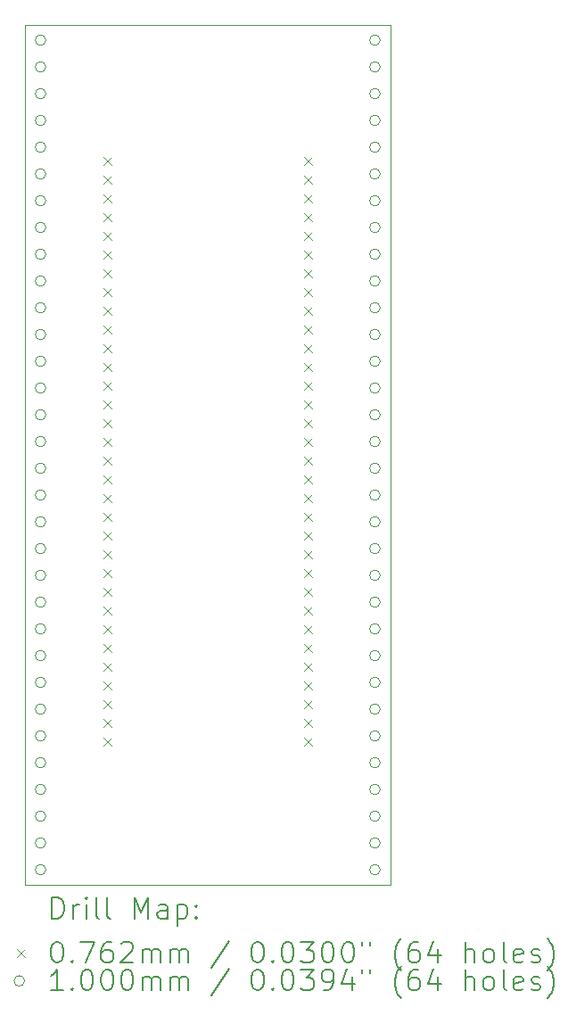
<source format=gbr>
%TF.GenerationSoftware,KiCad,Pcbnew,7.0.7*%
%TF.CreationDate,2023-08-26T15:25:13-04:00*%
%TF.ProjectId,68-pin 1.778mm to 2.54mm adaptor,36382d70-696e-4203-912e-3737386d6d20,1*%
%TF.SameCoordinates,Original*%
%TF.FileFunction,Drillmap*%
%TF.FilePolarity,Positive*%
%FSLAX45Y45*%
G04 Gerber Fmt 4.5, Leading zero omitted, Abs format (unit mm)*
G04 Created by KiCad (PCBNEW 7.0.7) date 2023-08-26 15:25:13*
%MOMM*%
%LPD*%
G01*
G04 APERTURE LIST*
%ADD10C,0.100000*%
%ADD11C,0.200000*%
%ADD12C,0.076200*%
G04 APERTURE END LIST*
D10*
X11029950Y-4425950D02*
X14497050Y-4425950D01*
X11029950Y-12592050D02*
X11029950Y-4425950D01*
X14497050Y-4425950D02*
X14497050Y-12592050D01*
X14497050Y-12592050D02*
X11029950Y-12592050D01*
D11*
D12*
X11772900Y-5676900D02*
X11849100Y-5753100D01*
X11849100Y-5676900D02*
X11772900Y-5753100D01*
X11772900Y-5854700D02*
X11849100Y-5930900D01*
X11849100Y-5854700D02*
X11772900Y-5930900D01*
X11772900Y-6032500D02*
X11849100Y-6108700D01*
X11849100Y-6032500D02*
X11772900Y-6108700D01*
X11772900Y-6210300D02*
X11849100Y-6286500D01*
X11849100Y-6210300D02*
X11772900Y-6286500D01*
X11772900Y-6388100D02*
X11849100Y-6464300D01*
X11849100Y-6388100D02*
X11772900Y-6464300D01*
X11772900Y-6565900D02*
X11849100Y-6642100D01*
X11849100Y-6565900D02*
X11772900Y-6642100D01*
X11772900Y-6743700D02*
X11849100Y-6819900D01*
X11849100Y-6743700D02*
X11772900Y-6819900D01*
X11772900Y-6921500D02*
X11849100Y-6997700D01*
X11849100Y-6921500D02*
X11772900Y-6997700D01*
X11772900Y-7099300D02*
X11849100Y-7175500D01*
X11849100Y-7099300D02*
X11772900Y-7175500D01*
X11772900Y-7277100D02*
X11849100Y-7353300D01*
X11849100Y-7277100D02*
X11772900Y-7353300D01*
X11772900Y-7454900D02*
X11849100Y-7531100D01*
X11849100Y-7454900D02*
X11772900Y-7531100D01*
X11772900Y-7632700D02*
X11849100Y-7708900D01*
X11849100Y-7632700D02*
X11772900Y-7708900D01*
X11772900Y-7810500D02*
X11849100Y-7886700D01*
X11849100Y-7810500D02*
X11772900Y-7886700D01*
X11772900Y-7988300D02*
X11849100Y-8064500D01*
X11849100Y-7988300D02*
X11772900Y-8064500D01*
X11772900Y-8166100D02*
X11849100Y-8242300D01*
X11849100Y-8166100D02*
X11772900Y-8242300D01*
X11772900Y-8343900D02*
X11849100Y-8420100D01*
X11849100Y-8343900D02*
X11772900Y-8420100D01*
X11772900Y-8521700D02*
X11849100Y-8597900D01*
X11849100Y-8521700D02*
X11772900Y-8597900D01*
X11772900Y-8699500D02*
X11849100Y-8775700D01*
X11849100Y-8699500D02*
X11772900Y-8775700D01*
X11772900Y-8877300D02*
X11849100Y-8953500D01*
X11849100Y-8877300D02*
X11772900Y-8953500D01*
X11772900Y-9055100D02*
X11849100Y-9131300D01*
X11849100Y-9055100D02*
X11772900Y-9131300D01*
X11772900Y-9232900D02*
X11849100Y-9309100D01*
X11849100Y-9232900D02*
X11772900Y-9309100D01*
X11772900Y-9410700D02*
X11849100Y-9486900D01*
X11849100Y-9410700D02*
X11772900Y-9486900D01*
X11772900Y-9588500D02*
X11849100Y-9664700D01*
X11849100Y-9588500D02*
X11772900Y-9664700D01*
X11772900Y-9766300D02*
X11849100Y-9842500D01*
X11849100Y-9766300D02*
X11772900Y-9842500D01*
X11772900Y-9944100D02*
X11849100Y-10020300D01*
X11849100Y-9944100D02*
X11772900Y-10020300D01*
X11772900Y-10121900D02*
X11849100Y-10198100D01*
X11849100Y-10121900D02*
X11772900Y-10198100D01*
X11772900Y-10299700D02*
X11849100Y-10375900D01*
X11849100Y-10299700D02*
X11772900Y-10375900D01*
X11772900Y-10477500D02*
X11849100Y-10553700D01*
X11849100Y-10477500D02*
X11772900Y-10553700D01*
X11772900Y-10655300D02*
X11849100Y-10731500D01*
X11849100Y-10655300D02*
X11772900Y-10731500D01*
X11772900Y-10833100D02*
X11849100Y-10909300D01*
X11849100Y-10833100D02*
X11772900Y-10909300D01*
X11772900Y-11010900D02*
X11849100Y-11087100D01*
X11849100Y-11010900D02*
X11772900Y-11087100D01*
X11772900Y-11188700D02*
X11849100Y-11264900D01*
X11849100Y-11188700D02*
X11772900Y-11264900D01*
X13677900Y-5676900D02*
X13754100Y-5753100D01*
X13754100Y-5676900D02*
X13677900Y-5753100D01*
X13677900Y-5854700D02*
X13754100Y-5930900D01*
X13754100Y-5854700D02*
X13677900Y-5930900D01*
X13677900Y-6032500D02*
X13754100Y-6108700D01*
X13754100Y-6032500D02*
X13677900Y-6108700D01*
X13677900Y-6210300D02*
X13754100Y-6286500D01*
X13754100Y-6210300D02*
X13677900Y-6286500D01*
X13677900Y-6388100D02*
X13754100Y-6464300D01*
X13754100Y-6388100D02*
X13677900Y-6464300D01*
X13677900Y-6565900D02*
X13754100Y-6642100D01*
X13754100Y-6565900D02*
X13677900Y-6642100D01*
X13677900Y-6743700D02*
X13754100Y-6819900D01*
X13754100Y-6743700D02*
X13677900Y-6819900D01*
X13677900Y-6921500D02*
X13754100Y-6997700D01*
X13754100Y-6921500D02*
X13677900Y-6997700D01*
X13677900Y-7099300D02*
X13754100Y-7175500D01*
X13754100Y-7099300D02*
X13677900Y-7175500D01*
X13677900Y-7277100D02*
X13754100Y-7353300D01*
X13754100Y-7277100D02*
X13677900Y-7353300D01*
X13677900Y-7454900D02*
X13754100Y-7531100D01*
X13754100Y-7454900D02*
X13677900Y-7531100D01*
X13677900Y-7632700D02*
X13754100Y-7708900D01*
X13754100Y-7632700D02*
X13677900Y-7708900D01*
X13677900Y-7810500D02*
X13754100Y-7886700D01*
X13754100Y-7810500D02*
X13677900Y-7886700D01*
X13677900Y-7988300D02*
X13754100Y-8064500D01*
X13754100Y-7988300D02*
X13677900Y-8064500D01*
X13677900Y-8166100D02*
X13754100Y-8242300D01*
X13754100Y-8166100D02*
X13677900Y-8242300D01*
X13677900Y-8343900D02*
X13754100Y-8420100D01*
X13754100Y-8343900D02*
X13677900Y-8420100D01*
X13677900Y-8521700D02*
X13754100Y-8597900D01*
X13754100Y-8521700D02*
X13677900Y-8597900D01*
X13677900Y-8699500D02*
X13754100Y-8775700D01*
X13754100Y-8699500D02*
X13677900Y-8775700D01*
X13677900Y-8877300D02*
X13754100Y-8953500D01*
X13754100Y-8877300D02*
X13677900Y-8953500D01*
X13677900Y-9055100D02*
X13754100Y-9131300D01*
X13754100Y-9055100D02*
X13677900Y-9131300D01*
X13677900Y-9232900D02*
X13754100Y-9309100D01*
X13754100Y-9232900D02*
X13677900Y-9309100D01*
X13677900Y-9410700D02*
X13754100Y-9486900D01*
X13754100Y-9410700D02*
X13677900Y-9486900D01*
X13677900Y-9588500D02*
X13754100Y-9664700D01*
X13754100Y-9588500D02*
X13677900Y-9664700D01*
X13677900Y-9766300D02*
X13754100Y-9842500D01*
X13754100Y-9766300D02*
X13677900Y-9842500D01*
X13677900Y-9944100D02*
X13754100Y-10020300D01*
X13754100Y-9944100D02*
X13677900Y-10020300D01*
X13677900Y-10121900D02*
X13754100Y-10198100D01*
X13754100Y-10121900D02*
X13677900Y-10198100D01*
X13677900Y-10299700D02*
X13754100Y-10375900D01*
X13754100Y-10299700D02*
X13677900Y-10375900D01*
X13677900Y-10477500D02*
X13754100Y-10553700D01*
X13754100Y-10477500D02*
X13677900Y-10553700D01*
X13677900Y-10655300D02*
X13754100Y-10731500D01*
X13754100Y-10655300D02*
X13677900Y-10731500D01*
X13677900Y-10833100D02*
X13754100Y-10909300D01*
X13754100Y-10833100D02*
X13677900Y-10909300D01*
X13677900Y-11010900D02*
X13754100Y-11087100D01*
X13754100Y-11010900D02*
X13677900Y-11087100D01*
X13677900Y-11188700D02*
X13754100Y-11264900D01*
X13754100Y-11188700D02*
X13677900Y-11264900D01*
D10*
X11226000Y-4572000D02*
G75*
G03*
X11226000Y-4572000I-50000J0D01*
G01*
X11226000Y-4826000D02*
G75*
G03*
X11226000Y-4826000I-50000J0D01*
G01*
X11226000Y-5080000D02*
G75*
G03*
X11226000Y-5080000I-50000J0D01*
G01*
X11226000Y-5334000D02*
G75*
G03*
X11226000Y-5334000I-50000J0D01*
G01*
X11226000Y-5588000D02*
G75*
G03*
X11226000Y-5588000I-50000J0D01*
G01*
X11226000Y-5842000D02*
G75*
G03*
X11226000Y-5842000I-50000J0D01*
G01*
X11226000Y-6096000D02*
G75*
G03*
X11226000Y-6096000I-50000J0D01*
G01*
X11226000Y-6350000D02*
G75*
G03*
X11226000Y-6350000I-50000J0D01*
G01*
X11226000Y-6604000D02*
G75*
G03*
X11226000Y-6604000I-50000J0D01*
G01*
X11226000Y-6858000D02*
G75*
G03*
X11226000Y-6858000I-50000J0D01*
G01*
X11226000Y-7112000D02*
G75*
G03*
X11226000Y-7112000I-50000J0D01*
G01*
X11226000Y-7366000D02*
G75*
G03*
X11226000Y-7366000I-50000J0D01*
G01*
X11226000Y-7620000D02*
G75*
G03*
X11226000Y-7620000I-50000J0D01*
G01*
X11226000Y-7874000D02*
G75*
G03*
X11226000Y-7874000I-50000J0D01*
G01*
X11226000Y-8128000D02*
G75*
G03*
X11226000Y-8128000I-50000J0D01*
G01*
X11226000Y-8382000D02*
G75*
G03*
X11226000Y-8382000I-50000J0D01*
G01*
X11226000Y-8636000D02*
G75*
G03*
X11226000Y-8636000I-50000J0D01*
G01*
X11226000Y-8890000D02*
G75*
G03*
X11226000Y-8890000I-50000J0D01*
G01*
X11226000Y-9144000D02*
G75*
G03*
X11226000Y-9144000I-50000J0D01*
G01*
X11226000Y-9398000D02*
G75*
G03*
X11226000Y-9398000I-50000J0D01*
G01*
X11226000Y-9652000D02*
G75*
G03*
X11226000Y-9652000I-50000J0D01*
G01*
X11226000Y-9906000D02*
G75*
G03*
X11226000Y-9906000I-50000J0D01*
G01*
X11226000Y-10160000D02*
G75*
G03*
X11226000Y-10160000I-50000J0D01*
G01*
X11226000Y-10414000D02*
G75*
G03*
X11226000Y-10414000I-50000J0D01*
G01*
X11226000Y-10668000D02*
G75*
G03*
X11226000Y-10668000I-50000J0D01*
G01*
X11226000Y-10922000D02*
G75*
G03*
X11226000Y-10922000I-50000J0D01*
G01*
X11226000Y-11176000D02*
G75*
G03*
X11226000Y-11176000I-50000J0D01*
G01*
X11226000Y-11430000D02*
G75*
G03*
X11226000Y-11430000I-50000J0D01*
G01*
X11226000Y-11684000D02*
G75*
G03*
X11226000Y-11684000I-50000J0D01*
G01*
X11226000Y-11938000D02*
G75*
G03*
X11226000Y-11938000I-50000J0D01*
G01*
X11226000Y-12192000D02*
G75*
G03*
X11226000Y-12192000I-50000J0D01*
G01*
X11226000Y-12446000D02*
G75*
G03*
X11226000Y-12446000I-50000J0D01*
G01*
X14401000Y-4572000D02*
G75*
G03*
X14401000Y-4572000I-50000J0D01*
G01*
X14401000Y-4826000D02*
G75*
G03*
X14401000Y-4826000I-50000J0D01*
G01*
X14401000Y-5080000D02*
G75*
G03*
X14401000Y-5080000I-50000J0D01*
G01*
X14401000Y-5334000D02*
G75*
G03*
X14401000Y-5334000I-50000J0D01*
G01*
X14401000Y-5588000D02*
G75*
G03*
X14401000Y-5588000I-50000J0D01*
G01*
X14401000Y-5842000D02*
G75*
G03*
X14401000Y-5842000I-50000J0D01*
G01*
X14401000Y-6096000D02*
G75*
G03*
X14401000Y-6096000I-50000J0D01*
G01*
X14401000Y-6350000D02*
G75*
G03*
X14401000Y-6350000I-50000J0D01*
G01*
X14401000Y-6604000D02*
G75*
G03*
X14401000Y-6604000I-50000J0D01*
G01*
X14401000Y-6858000D02*
G75*
G03*
X14401000Y-6858000I-50000J0D01*
G01*
X14401000Y-7112000D02*
G75*
G03*
X14401000Y-7112000I-50000J0D01*
G01*
X14401000Y-7366000D02*
G75*
G03*
X14401000Y-7366000I-50000J0D01*
G01*
X14401000Y-7620000D02*
G75*
G03*
X14401000Y-7620000I-50000J0D01*
G01*
X14401000Y-7874000D02*
G75*
G03*
X14401000Y-7874000I-50000J0D01*
G01*
X14401000Y-8128000D02*
G75*
G03*
X14401000Y-8128000I-50000J0D01*
G01*
X14401000Y-8382000D02*
G75*
G03*
X14401000Y-8382000I-50000J0D01*
G01*
X14401000Y-8636000D02*
G75*
G03*
X14401000Y-8636000I-50000J0D01*
G01*
X14401000Y-8890000D02*
G75*
G03*
X14401000Y-8890000I-50000J0D01*
G01*
X14401000Y-9144000D02*
G75*
G03*
X14401000Y-9144000I-50000J0D01*
G01*
X14401000Y-9398000D02*
G75*
G03*
X14401000Y-9398000I-50000J0D01*
G01*
X14401000Y-9652000D02*
G75*
G03*
X14401000Y-9652000I-50000J0D01*
G01*
X14401000Y-9906000D02*
G75*
G03*
X14401000Y-9906000I-50000J0D01*
G01*
X14401000Y-10160000D02*
G75*
G03*
X14401000Y-10160000I-50000J0D01*
G01*
X14401000Y-10414000D02*
G75*
G03*
X14401000Y-10414000I-50000J0D01*
G01*
X14401000Y-10668000D02*
G75*
G03*
X14401000Y-10668000I-50000J0D01*
G01*
X14401000Y-10922000D02*
G75*
G03*
X14401000Y-10922000I-50000J0D01*
G01*
X14401000Y-11176000D02*
G75*
G03*
X14401000Y-11176000I-50000J0D01*
G01*
X14401000Y-11430000D02*
G75*
G03*
X14401000Y-11430000I-50000J0D01*
G01*
X14401000Y-11684000D02*
G75*
G03*
X14401000Y-11684000I-50000J0D01*
G01*
X14401000Y-11938000D02*
G75*
G03*
X14401000Y-11938000I-50000J0D01*
G01*
X14401000Y-12192000D02*
G75*
G03*
X14401000Y-12192000I-50000J0D01*
G01*
X14401000Y-12446000D02*
G75*
G03*
X14401000Y-12446000I-50000J0D01*
G01*
D11*
X11285727Y-12908534D02*
X11285727Y-12708534D01*
X11285727Y-12708534D02*
X11333346Y-12708534D01*
X11333346Y-12708534D02*
X11361917Y-12718058D01*
X11361917Y-12718058D02*
X11380965Y-12737105D01*
X11380965Y-12737105D02*
X11390489Y-12756153D01*
X11390489Y-12756153D02*
X11400012Y-12794248D01*
X11400012Y-12794248D02*
X11400012Y-12822819D01*
X11400012Y-12822819D02*
X11390489Y-12860915D01*
X11390489Y-12860915D02*
X11380965Y-12879962D01*
X11380965Y-12879962D02*
X11361917Y-12899010D01*
X11361917Y-12899010D02*
X11333346Y-12908534D01*
X11333346Y-12908534D02*
X11285727Y-12908534D01*
X11485727Y-12908534D02*
X11485727Y-12775200D01*
X11485727Y-12813296D02*
X11495251Y-12794248D01*
X11495251Y-12794248D02*
X11504774Y-12784724D01*
X11504774Y-12784724D02*
X11523822Y-12775200D01*
X11523822Y-12775200D02*
X11542870Y-12775200D01*
X11609536Y-12908534D02*
X11609536Y-12775200D01*
X11609536Y-12708534D02*
X11600012Y-12718058D01*
X11600012Y-12718058D02*
X11609536Y-12727581D01*
X11609536Y-12727581D02*
X11619060Y-12718058D01*
X11619060Y-12718058D02*
X11609536Y-12708534D01*
X11609536Y-12708534D02*
X11609536Y-12727581D01*
X11733346Y-12908534D02*
X11714298Y-12899010D01*
X11714298Y-12899010D02*
X11704774Y-12879962D01*
X11704774Y-12879962D02*
X11704774Y-12708534D01*
X11838108Y-12908534D02*
X11819060Y-12899010D01*
X11819060Y-12899010D02*
X11809536Y-12879962D01*
X11809536Y-12879962D02*
X11809536Y-12708534D01*
X12066679Y-12908534D02*
X12066679Y-12708534D01*
X12066679Y-12708534D02*
X12133346Y-12851391D01*
X12133346Y-12851391D02*
X12200012Y-12708534D01*
X12200012Y-12708534D02*
X12200012Y-12908534D01*
X12380965Y-12908534D02*
X12380965Y-12803772D01*
X12380965Y-12803772D02*
X12371441Y-12784724D01*
X12371441Y-12784724D02*
X12352393Y-12775200D01*
X12352393Y-12775200D02*
X12314298Y-12775200D01*
X12314298Y-12775200D02*
X12295251Y-12784724D01*
X12380965Y-12899010D02*
X12361917Y-12908534D01*
X12361917Y-12908534D02*
X12314298Y-12908534D01*
X12314298Y-12908534D02*
X12295251Y-12899010D01*
X12295251Y-12899010D02*
X12285727Y-12879962D01*
X12285727Y-12879962D02*
X12285727Y-12860915D01*
X12285727Y-12860915D02*
X12295251Y-12841867D01*
X12295251Y-12841867D02*
X12314298Y-12832343D01*
X12314298Y-12832343D02*
X12361917Y-12832343D01*
X12361917Y-12832343D02*
X12380965Y-12822819D01*
X12476203Y-12775200D02*
X12476203Y-12975200D01*
X12476203Y-12784724D02*
X12495251Y-12775200D01*
X12495251Y-12775200D02*
X12533346Y-12775200D01*
X12533346Y-12775200D02*
X12552393Y-12784724D01*
X12552393Y-12784724D02*
X12561917Y-12794248D01*
X12561917Y-12794248D02*
X12571441Y-12813296D01*
X12571441Y-12813296D02*
X12571441Y-12870438D01*
X12571441Y-12870438D02*
X12561917Y-12889486D01*
X12561917Y-12889486D02*
X12552393Y-12899010D01*
X12552393Y-12899010D02*
X12533346Y-12908534D01*
X12533346Y-12908534D02*
X12495251Y-12908534D01*
X12495251Y-12908534D02*
X12476203Y-12899010D01*
X12657155Y-12889486D02*
X12666679Y-12899010D01*
X12666679Y-12899010D02*
X12657155Y-12908534D01*
X12657155Y-12908534D02*
X12647632Y-12899010D01*
X12647632Y-12899010D02*
X12657155Y-12889486D01*
X12657155Y-12889486D02*
X12657155Y-12908534D01*
X12657155Y-12784724D02*
X12666679Y-12794248D01*
X12666679Y-12794248D02*
X12657155Y-12803772D01*
X12657155Y-12803772D02*
X12647632Y-12794248D01*
X12647632Y-12794248D02*
X12657155Y-12784724D01*
X12657155Y-12784724D02*
X12657155Y-12803772D01*
D12*
X10948750Y-13198950D02*
X11024950Y-13275150D01*
X11024950Y-13198950D02*
X10948750Y-13275150D01*
D11*
X11323822Y-13128534D02*
X11342870Y-13128534D01*
X11342870Y-13128534D02*
X11361917Y-13138058D01*
X11361917Y-13138058D02*
X11371441Y-13147581D01*
X11371441Y-13147581D02*
X11380965Y-13166629D01*
X11380965Y-13166629D02*
X11390489Y-13204724D01*
X11390489Y-13204724D02*
X11390489Y-13252343D01*
X11390489Y-13252343D02*
X11380965Y-13290438D01*
X11380965Y-13290438D02*
X11371441Y-13309486D01*
X11371441Y-13309486D02*
X11361917Y-13319010D01*
X11361917Y-13319010D02*
X11342870Y-13328534D01*
X11342870Y-13328534D02*
X11323822Y-13328534D01*
X11323822Y-13328534D02*
X11304774Y-13319010D01*
X11304774Y-13319010D02*
X11295251Y-13309486D01*
X11295251Y-13309486D02*
X11285727Y-13290438D01*
X11285727Y-13290438D02*
X11276203Y-13252343D01*
X11276203Y-13252343D02*
X11276203Y-13204724D01*
X11276203Y-13204724D02*
X11285727Y-13166629D01*
X11285727Y-13166629D02*
X11295251Y-13147581D01*
X11295251Y-13147581D02*
X11304774Y-13138058D01*
X11304774Y-13138058D02*
X11323822Y-13128534D01*
X11476203Y-13309486D02*
X11485727Y-13319010D01*
X11485727Y-13319010D02*
X11476203Y-13328534D01*
X11476203Y-13328534D02*
X11466679Y-13319010D01*
X11466679Y-13319010D02*
X11476203Y-13309486D01*
X11476203Y-13309486D02*
X11476203Y-13328534D01*
X11552393Y-13128534D02*
X11685727Y-13128534D01*
X11685727Y-13128534D02*
X11600012Y-13328534D01*
X11847632Y-13128534D02*
X11809536Y-13128534D01*
X11809536Y-13128534D02*
X11790489Y-13138058D01*
X11790489Y-13138058D02*
X11780965Y-13147581D01*
X11780965Y-13147581D02*
X11761917Y-13176153D01*
X11761917Y-13176153D02*
X11752393Y-13214248D01*
X11752393Y-13214248D02*
X11752393Y-13290438D01*
X11752393Y-13290438D02*
X11761917Y-13309486D01*
X11761917Y-13309486D02*
X11771441Y-13319010D01*
X11771441Y-13319010D02*
X11790489Y-13328534D01*
X11790489Y-13328534D02*
X11828584Y-13328534D01*
X11828584Y-13328534D02*
X11847632Y-13319010D01*
X11847632Y-13319010D02*
X11857155Y-13309486D01*
X11857155Y-13309486D02*
X11866679Y-13290438D01*
X11866679Y-13290438D02*
X11866679Y-13242819D01*
X11866679Y-13242819D02*
X11857155Y-13223772D01*
X11857155Y-13223772D02*
X11847632Y-13214248D01*
X11847632Y-13214248D02*
X11828584Y-13204724D01*
X11828584Y-13204724D02*
X11790489Y-13204724D01*
X11790489Y-13204724D02*
X11771441Y-13214248D01*
X11771441Y-13214248D02*
X11761917Y-13223772D01*
X11761917Y-13223772D02*
X11752393Y-13242819D01*
X11942870Y-13147581D02*
X11952393Y-13138058D01*
X11952393Y-13138058D02*
X11971441Y-13128534D01*
X11971441Y-13128534D02*
X12019060Y-13128534D01*
X12019060Y-13128534D02*
X12038108Y-13138058D01*
X12038108Y-13138058D02*
X12047632Y-13147581D01*
X12047632Y-13147581D02*
X12057155Y-13166629D01*
X12057155Y-13166629D02*
X12057155Y-13185677D01*
X12057155Y-13185677D02*
X12047632Y-13214248D01*
X12047632Y-13214248D02*
X11933346Y-13328534D01*
X11933346Y-13328534D02*
X12057155Y-13328534D01*
X12142870Y-13328534D02*
X12142870Y-13195200D01*
X12142870Y-13214248D02*
X12152393Y-13204724D01*
X12152393Y-13204724D02*
X12171441Y-13195200D01*
X12171441Y-13195200D02*
X12200013Y-13195200D01*
X12200013Y-13195200D02*
X12219060Y-13204724D01*
X12219060Y-13204724D02*
X12228584Y-13223772D01*
X12228584Y-13223772D02*
X12228584Y-13328534D01*
X12228584Y-13223772D02*
X12238108Y-13204724D01*
X12238108Y-13204724D02*
X12257155Y-13195200D01*
X12257155Y-13195200D02*
X12285727Y-13195200D01*
X12285727Y-13195200D02*
X12304774Y-13204724D01*
X12304774Y-13204724D02*
X12314298Y-13223772D01*
X12314298Y-13223772D02*
X12314298Y-13328534D01*
X12409536Y-13328534D02*
X12409536Y-13195200D01*
X12409536Y-13214248D02*
X12419060Y-13204724D01*
X12419060Y-13204724D02*
X12438108Y-13195200D01*
X12438108Y-13195200D02*
X12466679Y-13195200D01*
X12466679Y-13195200D02*
X12485727Y-13204724D01*
X12485727Y-13204724D02*
X12495251Y-13223772D01*
X12495251Y-13223772D02*
X12495251Y-13328534D01*
X12495251Y-13223772D02*
X12504774Y-13204724D01*
X12504774Y-13204724D02*
X12523822Y-13195200D01*
X12523822Y-13195200D02*
X12552393Y-13195200D01*
X12552393Y-13195200D02*
X12571441Y-13204724D01*
X12571441Y-13204724D02*
X12580965Y-13223772D01*
X12580965Y-13223772D02*
X12580965Y-13328534D01*
X12971441Y-13119010D02*
X12800013Y-13376153D01*
X13228584Y-13128534D02*
X13247632Y-13128534D01*
X13247632Y-13128534D02*
X13266679Y-13138058D01*
X13266679Y-13138058D02*
X13276203Y-13147581D01*
X13276203Y-13147581D02*
X13285727Y-13166629D01*
X13285727Y-13166629D02*
X13295251Y-13204724D01*
X13295251Y-13204724D02*
X13295251Y-13252343D01*
X13295251Y-13252343D02*
X13285727Y-13290438D01*
X13285727Y-13290438D02*
X13276203Y-13309486D01*
X13276203Y-13309486D02*
X13266679Y-13319010D01*
X13266679Y-13319010D02*
X13247632Y-13328534D01*
X13247632Y-13328534D02*
X13228584Y-13328534D01*
X13228584Y-13328534D02*
X13209536Y-13319010D01*
X13209536Y-13319010D02*
X13200013Y-13309486D01*
X13200013Y-13309486D02*
X13190489Y-13290438D01*
X13190489Y-13290438D02*
X13180965Y-13252343D01*
X13180965Y-13252343D02*
X13180965Y-13204724D01*
X13180965Y-13204724D02*
X13190489Y-13166629D01*
X13190489Y-13166629D02*
X13200013Y-13147581D01*
X13200013Y-13147581D02*
X13209536Y-13138058D01*
X13209536Y-13138058D02*
X13228584Y-13128534D01*
X13380965Y-13309486D02*
X13390489Y-13319010D01*
X13390489Y-13319010D02*
X13380965Y-13328534D01*
X13380965Y-13328534D02*
X13371441Y-13319010D01*
X13371441Y-13319010D02*
X13380965Y-13309486D01*
X13380965Y-13309486D02*
X13380965Y-13328534D01*
X13514298Y-13128534D02*
X13533346Y-13128534D01*
X13533346Y-13128534D02*
X13552394Y-13138058D01*
X13552394Y-13138058D02*
X13561917Y-13147581D01*
X13561917Y-13147581D02*
X13571441Y-13166629D01*
X13571441Y-13166629D02*
X13580965Y-13204724D01*
X13580965Y-13204724D02*
X13580965Y-13252343D01*
X13580965Y-13252343D02*
X13571441Y-13290438D01*
X13571441Y-13290438D02*
X13561917Y-13309486D01*
X13561917Y-13309486D02*
X13552394Y-13319010D01*
X13552394Y-13319010D02*
X13533346Y-13328534D01*
X13533346Y-13328534D02*
X13514298Y-13328534D01*
X13514298Y-13328534D02*
X13495251Y-13319010D01*
X13495251Y-13319010D02*
X13485727Y-13309486D01*
X13485727Y-13309486D02*
X13476203Y-13290438D01*
X13476203Y-13290438D02*
X13466679Y-13252343D01*
X13466679Y-13252343D02*
X13466679Y-13204724D01*
X13466679Y-13204724D02*
X13476203Y-13166629D01*
X13476203Y-13166629D02*
X13485727Y-13147581D01*
X13485727Y-13147581D02*
X13495251Y-13138058D01*
X13495251Y-13138058D02*
X13514298Y-13128534D01*
X13647632Y-13128534D02*
X13771441Y-13128534D01*
X13771441Y-13128534D02*
X13704775Y-13204724D01*
X13704775Y-13204724D02*
X13733346Y-13204724D01*
X13733346Y-13204724D02*
X13752394Y-13214248D01*
X13752394Y-13214248D02*
X13761917Y-13223772D01*
X13761917Y-13223772D02*
X13771441Y-13242819D01*
X13771441Y-13242819D02*
X13771441Y-13290438D01*
X13771441Y-13290438D02*
X13761917Y-13309486D01*
X13761917Y-13309486D02*
X13752394Y-13319010D01*
X13752394Y-13319010D02*
X13733346Y-13328534D01*
X13733346Y-13328534D02*
X13676203Y-13328534D01*
X13676203Y-13328534D02*
X13657156Y-13319010D01*
X13657156Y-13319010D02*
X13647632Y-13309486D01*
X13895251Y-13128534D02*
X13914298Y-13128534D01*
X13914298Y-13128534D02*
X13933346Y-13138058D01*
X13933346Y-13138058D02*
X13942870Y-13147581D01*
X13942870Y-13147581D02*
X13952394Y-13166629D01*
X13952394Y-13166629D02*
X13961917Y-13204724D01*
X13961917Y-13204724D02*
X13961917Y-13252343D01*
X13961917Y-13252343D02*
X13952394Y-13290438D01*
X13952394Y-13290438D02*
X13942870Y-13309486D01*
X13942870Y-13309486D02*
X13933346Y-13319010D01*
X13933346Y-13319010D02*
X13914298Y-13328534D01*
X13914298Y-13328534D02*
X13895251Y-13328534D01*
X13895251Y-13328534D02*
X13876203Y-13319010D01*
X13876203Y-13319010D02*
X13866679Y-13309486D01*
X13866679Y-13309486D02*
X13857156Y-13290438D01*
X13857156Y-13290438D02*
X13847632Y-13252343D01*
X13847632Y-13252343D02*
X13847632Y-13204724D01*
X13847632Y-13204724D02*
X13857156Y-13166629D01*
X13857156Y-13166629D02*
X13866679Y-13147581D01*
X13866679Y-13147581D02*
X13876203Y-13138058D01*
X13876203Y-13138058D02*
X13895251Y-13128534D01*
X14085727Y-13128534D02*
X14104775Y-13128534D01*
X14104775Y-13128534D02*
X14123822Y-13138058D01*
X14123822Y-13138058D02*
X14133346Y-13147581D01*
X14133346Y-13147581D02*
X14142870Y-13166629D01*
X14142870Y-13166629D02*
X14152394Y-13204724D01*
X14152394Y-13204724D02*
X14152394Y-13252343D01*
X14152394Y-13252343D02*
X14142870Y-13290438D01*
X14142870Y-13290438D02*
X14133346Y-13309486D01*
X14133346Y-13309486D02*
X14123822Y-13319010D01*
X14123822Y-13319010D02*
X14104775Y-13328534D01*
X14104775Y-13328534D02*
X14085727Y-13328534D01*
X14085727Y-13328534D02*
X14066679Y-13319010D01*
X14066679Y-13319010D02*
X14057156Y-13309486D01*
X14057156Y-13309486D02*
X14047632Y-13290438D01*
X14047632Y-13290438D02*
X14038108Y-13252343D01*
X14038108Y-13252343D02*
X14038108Y-13204724D01*
X14038108Y-13204724D02*
X14047632Y-13166629D01*
X14047632Y-13166629D02*
X14057156Y-13147581D01*
X14057156Y-13147581D02*
X14066679Y-13138058D01*
X14066679Y-13138058D02*
X14085727Y-13128534D01*
X14228584Y-13128534D02*
X14228584Y-13166629D01*
X14304775Y-13128534D02*
X14304775Y-13166629D01*
X14600013Y-13404724D02*
X14590489Y-13395200D01*
X14590489Y-13395200D02*
X14571441Y-13366629D01*
X14571441Y-13366629D02*
X14561918Y-13347581D01*
X14561918Y-13347581D02*
X14552394Y-13319010D01*
X14552394Y-13319010D02*
X14542870Y-13271391D01*
X14542870Y-13271391D02*
X14542870Y-13233296D01*
X14542870Y-13233296D02*
X14552394Y-13185677D01*
X14552394Y-13185677D02*
X14561918Y-13157105D01*
X14561918Y-13157105D02*
X14571441Y-13138058D01*
X14571441Y-13138058D02*
X14590489Y-13109486D01*
X14590489Y-13109486D02*
X14600013Y-13099962D01*
X14761918Y-13128534D02*
X14723822Y-13128534D01*
X14723822Y-13128534D02*
X14704775Y-13138058D01*
X14704775Y-13138058D02*
X14695251Y-13147581D01*
X14695251Y-13147581D02*
X14676203Y-13176153D01*
X14676203Y-13176153D02*
X14666679Y-13214248D01*
X14666679Y-13214248D02*
X14666679Y-13290438D01*
X14666679Y-13290438D02*
X14676203Y-13309486D01*
X14676203Y-13309486D02*
X14685727Y-13319010D01*
X14685727Y-13319010D02*
X14704775Y-13328534D01*
X14704775Y-13328534D02*
X14742870Y-13328534D01*
X14742870Y-13328534D02*
X14761918Y-13319010D01*
X14761918Y-13319010D02*
X14771441Y-13309486D01*
X14771441Y-13309486D02*
X14780965Y-13290438D01*
X14780965Y-13290438D02*
X14780965Y-13242819D01*
X14780965Y-13242819D02*
X14771441Y-13223772D01*
X14771441Y-13223772D02*
X14761918Y-13214248D01*
X14761918Y-13214248D02*
X14742870Y-13204724D01*
X14742870Y-13204724D02*
X14704775Y-13204724D01*
X14704775Y-13204724D02*
X14685727Y-13214248D01*
X14685727Y-13214248D02*
X14676203Y-13223772D01*
X14676203Y-13223772D02*
X14666679Y-13242819D01*
X14952394Y-13195200D02*
X14952394Y-13328534D01*
X14904775Y-13119010D02*
X14857156Y-13261867D01*
X14857156Y-13261867D02*
X14980965Y-13261867D01*
X15209537Y-13328534D02*
X15209537Y-13128534D01*
X15295251Y-13328534D02*
X15295251Y-13223772D01*
X15295251Y-13223772D02*
X15285727Y-13204724D01*
X15285727Y-13204724D02*
X15266680Y-13195200D01*
X15266680Y-13195200D02*
X15238108Y-13195200D01*
X15238108Y-13195200D02*
X15219060Y-13204724D01*
X15219060Y-13204724D02*
X15209537Y-13214248D01*
X15419060Y-13328534D02*
X15400013Y-13319010D01*
X15400013Y-13319010D02*
X15390489Y-13309486D01*
X15390489Y-13309486D02*
X15380965Y-13290438D01*
X15380965Y-13290438D02*
X15380965Y-13233296D01*
X15380965Y-13233296D02*
X15390489Y-13214248D01*
X15390489Y-13214248D02*
X15400013Y-13204724D01*
X15400013Y-13204724D02*
X15419060Y-13195200D01*
X15419060Y-13195200D02*
X15447632Y-13195200D01*
X15447632Y-13195200D02*
X15466680Y-13204724D01*
X15466680Y-13204724D02*
X15476203Y-13214248D01*
X15476203Y-13214248D02*
X15485727Y-13233296D01*
X15485727Y-13233296D02*
X15485727Y-13290438D01*
X15485727Y-13290438D02*
X15476203Y-13309486D01*
X15476203Y-13309486D02*
X15466680Y-13319010D01*
X15466680Y-13319010D02*
X15447632Y-13328534D01*
X15447632Y-13328534D02*
X15419060Y-13328534D01*
X15600013Y-13328534D02*
X15580965Y-13319010D01*
X15580965Y-13319010D02*
X15571441Y-13299962D01*
X15571441Y-13299962D02*
X15571441Y-13128534D01*
X15752394Y-13319010D02*
X15733346Y-13328534D01*
X15733346Y-13328534D02*
X15695251Y-13328534D01*
X15695251Y-13328534D02*
X15676203Y-13319010D01*
X15676203Y-13319010D02*
X15666680Y-13299962D01*
X15666680Y-13299962D02*
X15666680Y-13223772D01*
X15666680Y-13223772D02*
X15676203Y-13204724D01*
X15676203Y-13204724D02*
X15695251Y-13195200D01*
X15695251Y-13195200D02*
X15733346Y-13195200D01*
X15733346Y-13195200D02*
X15752394Y-13204724D01*
X15752394Y-13204724D02*
X15761918Y-13223772D01*
X15761918Y-13223772D02*
X15761918Y-13242819D01*
X15761918Y-13242819D02*
X15666680Y-13261867D01*
X15838108Y-13319010D02*
X15857156Y-13328534D01*
X15857156Y-13328534D02*
X15895251Y-13328534D01*
X15895251Y-13328534D02*
X15914299Y-13319010D01*
X15914299Y-13319010D02*
X15923822Y-13299962D01*
X15923822Y-13299962D02*
X15923822Y-13290438D01*
X15923822Y-13290438D02*
X15914299Y-13271391D01*
X15914299Y-13271391D02*
X15895251Y-13261867D01*
X15895251Y-13261867D02*
X15866680Y-13261867D01*
X15866680Y-13261867D02*
X15847632Y-13252343D01*
X15847632Y-13252343D02*
X15838108Y-13233296D01*
X15838108Y-13233296D02*
X15838108Y-13223772D01*
X15838108Y-13223772D02*
X15847632Y-13204724D01*
X15847632Y-13204724D02*
X15866680Y-13195200D01*
X15866680Y-13195200D02*
X15895251Y-13195200D01*
X15895251Y-13195200D02*
X15914299Y-13204724D01*
X15990489Y-13404724D02*
X16000013Y-13395200D01*
X16000013Y-13395200D02*
X16019061Y-13366629D01*
X16019061Y-13366629D02*
X16028584Y-13347581D01*
X16028584Y-13347581D02*
X16038108Y-13319010D01*
X16038108Y-13319010D02*
X16047632Y-13271391D01*
X16047632Y-13271391D02*
X16047632Y-13233296D01*
X16047632Y-13233296D02*
X16038108Y-13185677D01*
X16038108Y-13185677D02*
X16028584Y-13157105D01*
X16028584Y-13157105D02*
X16019061Y-13138058D01*
X16019061Y-13138058D02*
X16000013Y-13109486D01*
X16000013Y-13109486D02*
X15990489Y-13099962D01*
D10*
X11024950Y-13501050D02*
G75*
G03*
X11024950Y-13501050I-50000J0D01*
G01*
D11*
X11390489Y-13592534D02*
X11276203Y-13592534D01*
X11333346Y-13592534D02*
X11333346Y-13392534D01*
X11333346Y-13392534D02*
X11314298Y-13421105D01*
X11314298Y-13421105D02*
X11295251Y-13440153D01*
X11295251Y-13440153D02*
X11276203Y-13449677D01*
X11476203Y-13573486D02*
X11485727Y-13583010D01*
X11485727Y-13583010D02*
X11476203Y-13592534D01*
X11476203Y-13592534D02*
X11466679Y-13583010D01*
X11466679Y-13583010D02*
X11476203Y-13573486D01*
X11476203Y-13573486D02*
X11476203Y-13592534D01*
X11609536Y-13392534D02*
X11628584Y-13392534D01*
X11628584Y-13392534D02*
X11647632Y-13402058D01*
X11647632Y-13402058D02*
X11657155Y-13411581D01*
X11657155Y-13411581D02*
X11666679Y-13430629D01*
X11666679Y-13430629D02*
X11676203Y-13468724D01*
X11676203Y-13468724D02*
X11676203Y-13516343D01*
X11676203Y-13516343D02*
X11666679Y-13554438D01*
X11666679Y-13554438D02*
X11657155Y-13573486D01*
X11657155Y-13573486D02*
X11647632Y-13583010D01*
X11647632Y-13583010D02*
X11628584Y-13592534D01*
X11628584Y-13592534D02*
X11609536Y-13592534D01*
X11609536Y-13592534D02*
X11590489Y-13583010D01*
X11590489Y-13583010D02*
X11580965Y-13573486D01*
X11580965Y-13573486D02*
X11571441Y-13554438D01*
X11571441Y-13554438D02*
X11561917Y-13516343D01*
X11561917Y-13516343D02*
X11561917Y-13468724D01*
X11561917Y-13468724D02*
X11571441Y-13430629D01*
X11571441Y-13430629D02*
X11580965Y-13411581D01*
X11580965Y-13411581D02*
X11590489Y-13402058D01*
X11590489Y-13402058D02*
X11609536Y-13392534D01*
X11800012Y-13392534D02*
X11819060Y-13392534D01*
X11819060Y-13392534D02*
X11838108Y-13402058D01*
X11838108Y-13402058D02*
X11847632Y-13411581D01*
X11847632Y-13411581D02*
X11857155Y-13430629D01*
X11857155Y-13430629D02*
X11866679Y-13468724D01*
X11866679Y-13468724D02*
X11866679Y-13516343D01*
X11866679Y-13516343D02*
X11857155Y-13554438D01*
X11857155Y-13554438D02*
X11847632Y-13573486D01*
X11847632Y-13573486D02*
X11838108Y-13583010D01*
X11838108Y-13583010D02*
X11819060Y-13592534D01*
X11819060Y-13592534D02*
X11800012Y-13592534D01*
X11800012Y-13592534D02*
X11780965Y-13583010D01*
X11780965Y-13583010D02*
X11771441Y-13573486D01*
X11771441Y-13573486D02*
X11761917Y-13554438D01*
X11761917Y-13554438D02*
X11752393Y-13516343D01*
X11752393Y-13516343D02*
X11752393Y-13468724D01*
X11752393Y-13468724D02*
X11761917Y-13430629D01*
X11761917Y-13430629D02*
X11771441Y-13411581D01*
X11771441Y-13411581D02*
X11780965Y-13402058D01*
X11780965Y-13402058D02*
X11800012Y-13392534D01*
X11990489Y-13392534D02*
X12009536Y-13392534D01*
X12009536Y-13392534D02*
X12028584Y-13402058D01*
X12028584Y-13402058D02*
X12038108Y-13411581D01*
X12038108Y-13411581D02*
X12047632Y-13430629D01*
X12047632Y-13430629D02*
X12057155Y-13468724D01*
X12057155Y-13468724D02*
X12057155Y-13516343D01*
X12057155Y-13516343D02*
X12047632Y-13554438D01*
X12047632Y-13554438D02*
X12038108Y-13573486D01*
X12038108Y-13573486D02*
X12028584Y-13583010D01*
X12028584Y-13583010D02*
X12009536Y-13592534D01*
X12009536Y-13592534D02*
X11990489Y-13592534D01*
X11990489Y-13592534D02*
X11971441Y-13583010D01*
X11971441Y-13583010D02*
X11961917Y-13573486D01*
X11961917Y-13573486D02*
X11952393Y-13554438D01*
X11952393Y-13554438D02*
X11942870Y-13516343D01*
X11942870Y-13516343D02*
X11942870Y-13468724D01*
X11942870Y-13468724D02*
X11952393Y-13430629D01*
X11952393Y-13430629D02*
X11961917Y-13411581D01*
X11961917Y-13411581D02*
X11971441Y-13402058D01*
X11971441Y-13402058D02*
X11990489Y-13392534D01*
X12142870Y-13592534D02*
X12142870Y-13459200D01*
X12142870Y-13478248D02*
X12152393Y-13468724D01*
X12152393Y-13468724D02*
X12171441Y-13459200D01*
X12171441Y-13459200D02*
X12200013Y-13459200D01*
X12200013Y-13459200D02*
X12219060Y-13468724D01*
X12219060Y-13468724D02*
X12228584Y-13487772D01*
X12228584Y-13487772D02*
X12228584Y-13592534D01*
X12228584Y-13487772D02*
X12238108Y-13468724D01*
X12238108Y-13468724D02*
X12257155Y-13459200D01*
X12257155Y-13459200D02*
X12285727Y-13459200D01*
X12285727Y-13459200D02*
X12304774Y-13468724D01*
X12304774Y-13468724D02*
X12314298Y-13487772D01*
X12314298Y-13487772D02*
X12314298Y-13592534D01*
X12409536Y-13592534D02*
X12409536Y-13459200D01*
X12409536Y-13478248D02*
X12419060Y-13468724D01*
X12419060Y-13468724D02*
X12438108Y-13459200D01*
X12438108Y-13459200D02*
X12466679Y-13459200D01*
X12466679Y-13459200D02*
X12485727Y-13468724D01*
X12485727Y-13468724D02*
X12495251Y-13487772D01*
X12495251Y-13487772D02*
X12495251Y-13592534D01*
X12495251Y-13487772D02*
X12504774Y-13468724D01*
X12504774Y-13468724D02*
X12523822Y-13459200D01*
X12523822Y-13459200D02*
X12552393Y-13459200D01*
X12552393Y-13459200D02*
X12571441Y-13468724D01*
X12571441Y-13468724D02*
X12580965Y-13487772D01*
X12580965Y-13487772D02*
X12580965Y-13592534D01*
X12971441Y-13383010D02*
X12800013Y-13640153D01*
X13228584Y-13392534D02*
X13247632Y-13392534D01*
X13247632Y-13392534D02*
X13266679Y-13402058D01*
X13266679Y-13402058D02*
X13276203Y-13411581D01*
X13276203Y-13411581D02*
X13285727Y-13430629D01*
X13285727Y-13430629D02*
X13295251Y-13468724D01*
X13295251Y-13468724D02*
X13295251Y-13516343D01*
X13295251Y-13516343D02*
X13285727Y-13554438D01*
X13285727Y-13554438D02*
X13276203Y-13573486D01*
X13276203Y-13573486D02*
X13266679Y-13583010D01*
X13266679Y-13583010D02*
X13247632Y-13592534D01*
X13247632Y-13592534D02*
X13228584Y-13592534D01*
X13228584Y-13592534D02*
X13209536Y-13583010D01*
X13209536Y-13583010D02*
X13200013Y-13573486D01*
X13200013Y-13573486D02*
X13190489Y-13554438D01*
X13190489Y-13554438D02*
X13180965Y-13516343D01*
X13180965Y-13516343D02*
X13180965Y-13468724D01*
X13180965Y-13468724D02*
X13190489Y-13430629D01*
X13190489Y-13430629D02*
X13200013Y-13411581D01*
X13200013Y-13411581D02*
X13209536Y-13402058D01*
X13209536Y-13402058D02*
X13228584Y-13392534D01*
X13380965Y-13573486D02*
X13390489Y-13583010D01*
X13390489Y-13583010D02*
X13380965Y-13592534D01*
X13380965Y-13592534D02*
X13371441Y-13583010D01*
X13371441Y-13583010D02*
X13380965Y-13573486D01*
X13380965Y-13573486D02*
X13380965Y-13592534D01*
X13514298Y-13392534D02*
X13533346Y-13392534D01*
X13533346Y-13392534D02*
X13552394Y-13402058D01*
X13552394Y-13402058D02*
X13561917Y-13411581D01*
X13561917Y-13411581D02*
X13571441Y-13430629D01*
X13571441Y-13430629D02*
X13580965Y-13468724D01*
X13580965Y-13468724D02*
X13580965Y-13516343D01*
X13580965Y-13516343D02*
X13571441Y-13554438D01*
X13571441Y-13554438D02*
X13561917Y-13573486D01*
X13561917Y-13573486D02*
X13552394Y-13583010D01*
X13552394Y-13583010D02*
X13533346Y-13592534D01*
X13533346Y-13592534D02*
X13514298Y-13592534D01*
X13514298Y-13592534D02*
X13495251Y-13583010D01*
X13495251Y-13583010D02*
X13485727Y-13573486D01*
X13485727Y-13573486D02*
X13476203Y-13554438D01*
X13476203Y-13554438D02*
X13466679Y-13516343D01*
X13466679Y-13516343D02*
X13466679Y-13468724D01*
X13466679Y-13468724D02*
X13476203Y-13430629D01*
X13476203Y-13430629D02*
X13485727Y-13411581D01*
X13485727Y-13411581D02*
X13495251Y-13402058D01*
X13495251Y-13402058D02*
X13514298Y-13392534D01*
X13647632Y-13392534D02*
X13771441Y-13392534D01*
X13771441Y-13392534D02*
X13704775Y-13468724D01*
X13704775Y-13468724D02*
X13733346Y-13468724D01*
X13733346Y-13468724D02*
X13752394Y-13478248D01*
X13752394Y-13478248D02*
X13761917Y-13487772D01*
X13761917Y-13487772D02*
X13771441Y-13506819D01*
X13771441Y-13506819D02*
X13771441Y-13554438D01*
X13771441Y-13554438D02*
X13761917Y-13573486D01*
X13761917Y-13573486D02*
X13752394Y-13583010D01*
X13752394Y-13583010D02*
X13733346Y-13592534D01*
X13733346Y-13592534D02*
X13676203Y-13592534D01*
X13676203Y-13592534D02*
X13657156Y-13583010D01*
X13657156Y-13583010D02*
X13647632Y-13573486D01*
X13866679Y-13592534D02*
X13904775Y-13592534D01*
X13904775Y-13592534D02*
X13923822Y-13583010D01*
X13923822Y-13583010D02*
X13933346Y-13573486D01*
X13933346Y-13573486D02*
X13952394Y-13544915D01*
X13952394Y-13544915D02*
X13961917Y-13506819D01*
X13961917Y-13506819D02*
X13961917Y-13430629D01*
X13961917Y-13430629D02*
X13952394Y-13411581D01*
X13952394Y-13411581D02*
X13942870Y-13402058D01*
X13942870Y-13402058D02*
X13923822Y-13392534D01*
X13923822Y-13392534D02*
X13885727Y-13392534D01*
X13885727Y-13392534D02*
X13866679Y-13402058D01*
X13866679Y-13402058D02*
X13857156Y-13411581D01*
X13857156Y-13411581D02*
X13847632Y-13430629D01*
X13847632Y-13430629D02*
X13847632Y-13478248D01*
X13847632Y-13478248D02*
X13857156Y-13497296D01*
X13857156Y-13497296D02*
X13866679Y-13506819D01*
X13866679Y-13506819D02*
X13885727Y-13516343D01*
X13885727Y-13516343D02*
X13923822Y-13516343D01*
X13923822Y-13516343D02*
X13942870Y-13506819D01*
X13942870Y-13506819D02*
X13952394Y-13497296D01*
X13952394Y-13497296D02*
X13961917Y-13478248D01*
X14133346Y-13459200D02*
X14133346Y-13592534D01*
X14085727Y-13383010D02*
X14038108Y-13525867D01*
X14038108Y-13525867D02*
X14161917Y-13525867D01*
X14228584Y-13392534D02*
X14228584Y-13430629D01*
X14304775Y-13392534D02*
X14304775Y-13430629D01*
X14600013Y-13668724D02*
X14590489Y-13659200D01*
X14590489Y-13659200D02*
X14571441Y-13630629D01*
X14571441Y-13630629D02*
X14561918Y-13611581D01*
X14561918Y-13611581D02*
X14552394Y-13583010D01*
X14552394Y-13583010D02*
X14542870Y-13535391D01*
X14542870Y-13535391D02*
X14542870Y-13497296D01*
X14542870Y-13497296D02*
X14552394Y-13449677D01*
X14552394Y-13449677D02*
X14561918Y-13421105D01*
X14561918Y-13421105D02*
X14571441Y-13402058D01*
X14571441Y-13402058D02*
X14590489Y-13373486D01*
X14590489Y-13373486D02*
X14600013Y-13363962D01*
X14761918Y-13392534D02*
X14723822Y-13392534D01*
X14723822Y-13392534D02*
X14704775Y-13402058D01*
X14704775Y-13402058D02*
X14695251Y-13411581D01*
X14695251Y-13411581D02*
X14676203Y-13440153D01*
X14676203Y-13440153D02*
X14666679Y-13478248D01*
X14666679Y-13478248D02*
X14666679Y-13554438D01*
X14666679Y-13554438D02*
X14676203Y-13573486D01*
X14676203Y-13573486D02*
X14685727Y-13583010D01*
X14685727Y-13583010D02*
X14704775Y-13592534D01*
X14704775Y-13592534D02*
X14742870Y-13592534D01*
X14742870Y-13592534D02*
X14761918Y-13583010D01*
X14761918Y-13583010D02*
X14771441Y-13573486D01*
X14771441Y-13573486D02*
X14780965Y-13554438D01*
X14780965Y-13554438D02*
X14780965Y-13506819D01*
X14780965Y-13506819D02*
X14771441Y-13487772D01*
X14771441Y-13487772D02*
X14761918Y-13478248D01*
X14761918Y-13478248D02*
X14742870Y-13468724D01*
X14742870Y-13468724D02*
X14704775Y-13468724D01*
X14704775Y-13468724D02*
X14685727Y-13478248D01*
X14685727Y-13478248D02*
X14676203Y-13487772D01*
X14676203Y-13487772D02*
X14666679Y-13506819D01*
X14952394Y-13459200D02*
X14952394Y-13592534D01*
X14904775Y-13383010D02*
X14857156Y-13525867D01*
X14857156Y-13525867D02*
X14980965Y-13525867D01*
X15209537Y-13592534D02*
X15209537Y-13392534D01*
X15295251Y-13592534D02*
X15295251Y-13487772D01*
X15295251Y-13487772D02*
X15285727Y-13468724D01*
X15285727Y-13468724D02*
X15266680Y-13459200D01*
X15266680Y-13459200D02*
X15238108Y-13459200D01*
X15238108Y-13459200D02*
X15219060Y-13468724D01*
X15219060Y-13468724D02*
X15209537Y-13478248D01*
X15419060Y-13592534D02*
X15400013Y-13583010D01*
X15400013Y-13583010D02*
X15390489Y-13573486D01*
X15390489Y-13573486D02*
X15380965Y-13554438D01*
X15380965Y-13554438D02*
X15380965Y-13497296D01*
X15380965Y-13497296D02*
X15390489Y-13478248D01*
X15390489Y-13478248D02*
X15400013Y-13468724D01*
X15400013Y-13468724D02*
X15419060Y-13459200D01*
X15419060Y-13459200D02*
X15447632Y-13459200D01*
X15447632Y-13459200D02*
X15466680Y-13468724D01*
X15466680Y-13468724D02*
X15476203Y-13478248D01*
X15476203Y-13478248D02*
X15485727Y-13497296D01*
X15485727Y-13497296D02*
X15485727Y-13554438D01*
X15485727Y-13554438D02*
X15476203Y-13573486D01*
X15476203Y-13573486D02*
X15466680Y-13583010D01*
X15466680Y-13583010D02*
X15447632Y-13592534D01*
X15447632Y-13592534D02*
X15419060Y-13592534D01*
X15600013Y-13592534D02*
X15580965Y-13583010D01*
X15580965Y-13583010D02*
X15571441Y-13563962D01*
X15571441Y-13563962D02*
X15571441Y-13392534D01*
X15752394Y-13583010D02*
X15733346Y-13592534D01*
X15733346Y-13592534D02*
X15695251Y-13592534D01*
X15695251Y-13592534D02*
X15676203Y-13583010D01*
X15676203Y-13583010D02*
X15666680Y-13563962D01*
X15666680Y-13563962D02*
X15666680Y-13487772D01*
X15666680Y-13487772D02*
X15676203Y-13468724D01*
X15676203Y-13468724D02*
X15695251Y-13459200D01*
X15695251Y-13459200D02*
X15733346Y-13459200D01*
X15733346Y-13459200D02*
X15752394Y-13468724D01*
X15752394Y-13468724D02*
X15761918Y-13487772D01*
X15761918Y-13487772D02*
X15761918Y-13506819D01*
X15761918Y-13506819D02*
X15666680Y-13525867D01*
X15838108Y-13583010D02*
X15857156Y-13592534D01*
X15857156Y-13592534D02*
X15895251Y-13592534D01*
X15895251Y-13592534D02*
X15914299Y-13583010D01*
X15914299Y-13583010D02*
X15923822Y-13563962D01*
X15923822Y-13563962D02*
X15923822Y-13554438D01*
X15923822Y-13554438D02*
X15914299Y-13535391D01*
X15914299Y-13535391D02*
X15895251Y-13525867D01*
X15895251Y-13525867D02*
X15866680Y-13525867D01*
X15866680Y-13525867D02*
X15847632Y-13516343D01*
X15847632Y-13516343D02*
X15838108Y-13497296D01*
X15838108Y-13497296D02*
X15838108Y-13487772D01*
X15838108Y-13487772D02*
X15847632Y-13468724D01*
X15847632Y-13468724D02*
X15866680Y-13459200D01*
X15866680Y-13459200D02*
X15895251Y-13459200D01*
X15895251Y-13459200D02*
X15914299Y-13468724D01*
X15990489Y-13668724D02*
X16000013Y-13659200D01*
X16000013Y-13659200D02*
X16019061Y-13630629D01*
X16019061Y-13630629D02*
X16028584Y-13611581D01*
X16028584Y-13611581D02*
X16038108Y-13583010D01*
X16038108Y-13583010D02*
X16047632Y-13535391D01*
X16047632Y-13535391D02*
X16047632Y-13497296D01*
X16047632Y-13497296D02*
X16038108Y-13449677D01*
X16038108Y-13449677D02*
X16028584Y-13421105D01*
X16028584Y-13421105D02*
X16019061Y-13402058D01*
X16019061Y-13402058D02*
X16000013Y-13373486D01*
X16000013Y-13373486D02*
X15990489Y-13363962D01*
M02*

</source>
